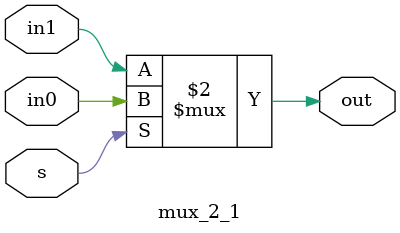
<source format=v>
`timescale 1ns / 1ps
module Simple_Barrel_Shifter(out,in,sh_pos);
input [7:0]in;
output [7:0]out;
input [2:0]sh_pos;
wire [7:0]out0,out1;
//////////Stage-0 Begins//////////////////////////////
mux_2_1 m00(.out(out0[0]),.s(sh_pos[0]),.in0(0),.in1(in[0]));
mux_2_1 m01(.out(out0[1]),.s(sh_pos[0]),.in0(in[0]),.in1(in[1]));
mux_2_1 m02(.out(out0[2]),.s(sh_pos[0]),.in0(in[1]),.in1(in[2]));
mux_2_1 m03(.out(out0[3]),.s(sh_pos[0]),.in0(in[2]),.in1(in[3]));
mux_2_1 m04(out0[4],sh_pos[0],in[3],in[4]);
mux_2_1 m05(out0[5],sh_pos[0],in[4],in[5]);
mux_2_1 m06(out0[6],sh_pos[0],in[5],in[6]);
mux_2_1 m07(out0[7],sh_pos[0],in[6],in[7]);
//////////Stage-1 Begins///////////////////////////////
mux_2_1 m10(out1[0],sh_pos[1],0,out0[0]);
mux_2_1 m11(out1[1],sh_pos[1],0,out0[1]);
mux_2_1 m12(out1[2],sh_pos[1],out0[0],out0[2]);
mux_2_1 m13(out1[3],sh_pos[1],out0[1],out0[3]);
mux_2_1 m14(out1[4],sh_pos[1],out0[2],out0[4]);
mux_2_1 m15(out1[5],sh_pos[1],out0[3],out0[5]);
mux_2_1 m16(out1[6],sh_pos[1],out0[4],out0[6]);
mux_2_1 m17(out1[7],sh_pos[1],out0[5],out0[7]);
/////////Stage-2 Begins////////////////////////////////
mux_2_1 m20(out[0],sh_pos[2],0,out1[0]);
mux_2_1 m21(out[1],sh_pos[2],0,out1[1]);
mux_2_1 m22(out[2],sh_pos[2],0,out1[2]);
mux_2_1 m23(out[3],sh_pos[2],0,out1[3]);
mux_2_1 m24(out[4],sh_pos[2],out1[0],out1[4]);
mux_2_1 m25(out[5],sh_pos[2],out1[1],out1[5]);
mux_2_1 m26(out[6],sh_pos[2],out1[2],out1[6]);
mux_2_1 m27(out[7],sh_pos[2],out1[3],out1[7]);
endmodule


//////////////////////Design_block_Mux_2:1/////////////////////////
`timescale 1ns / 1ps
module mux_2_1(out,s,in0,in1);
input in1,in0,s;
output out;
 assign out = ~s? in1:in0;
endmodule

</source>
